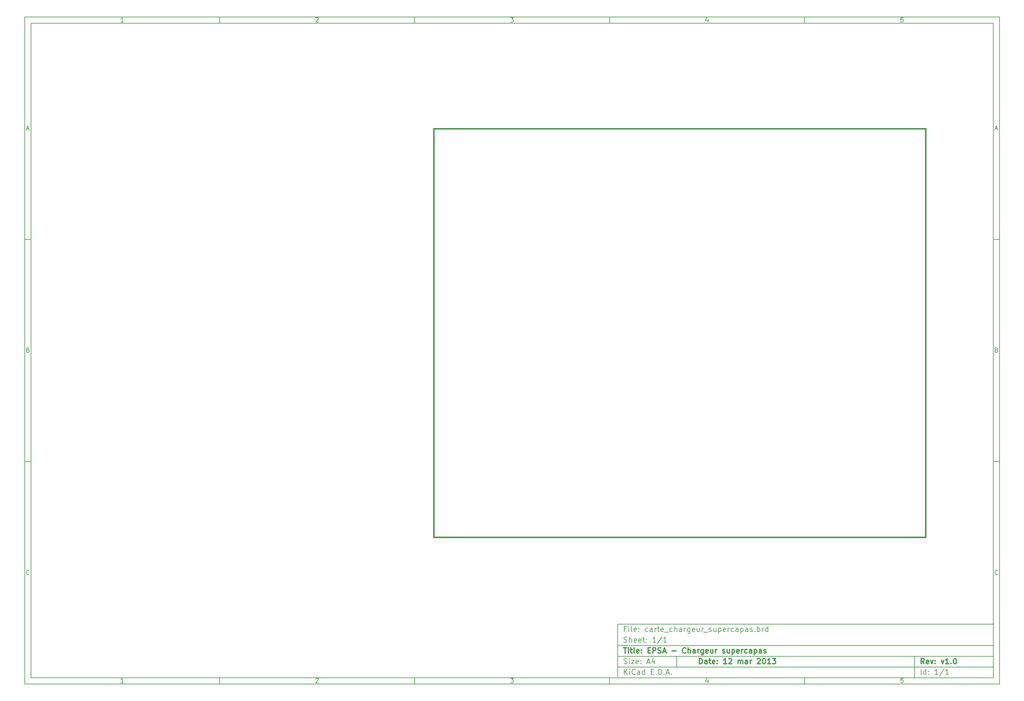
<source format=gbr>
G04 (created by PCBNEW-RS274X (2012-01-19 BZR 3256)-stable) date 12/03/2013 15:56:57*
G01*
G70*
G90*
%MOIN*%
G04 Gerber Fmt 3.4, Leading zero omitted, Abs format*
%FSLAX34Y34*%
G04 APERTURE LIST*
%ADD10C,0.006000*%
%ADD11C,0.012000*%
%ADD12C,0.015000*%
G04 APERTURE END LIST*
G54D10*
X04000Y-04000D02*
X113000Y-04000D01*
X113000Y-78670D01*
X04000Y-78670D01*
X04000Y-04000D01*
X04700Y-04700D02*
X112300Y-04700D01*
X112300Y-77970D01*
X04700Y-77970D01*
X04700Y-04700D01*
X25800Y-04000D02*
X25800Y-04700D01*
X15043Y-04552D02*
X14757Y-04552D01*
X14900Y-04552D02*
X14900Y-04052D01*
X14852Y-04124D01*
X14805Y-04171D01*
X14757Y-04195D01*
X25800Y-78670D02*
X25800Y-77970D01*
X15043Y-78522D02*
X14757Y-78522D01*
X14900Y-78522D02*
X14900Y-78022D01*
X14852Y-78094D01*
X14805Y-78141D01*
X14757Y-78165D01*
X47600Y-04000D02*
X47600Y-04700D01*
X36557Y-04100D02*
X36581Y-04076D01*
X36629Y-04052D01*
X36748Y-04052D01*
X36795Y-04076D01*
X36819Y-04100D01*
X36843Y-04148D01*
X36843Y-04195D01*
X36819Y-04267D01*
X36533Y-04552D01*
X36843Y-04552D01*
X47600Y-78670D02*
X47600Y-77970D01*
X36557Y-78070D02*
X36581Y-78046D01*
X36629Y-78022D01*
X36748Y-78022D01*
X36795Y-78046D01*
X36819Y-78070D01*
X36843Y-78118D01*
X36843Y-78165D01*
X36819Y-78237D01*
X36533Y-78522D01*
X36843Y-78522D01*
X69400Y-04000D02*
X69400Y-04700D01*
X58333Y-04052D02*
X58643Y-04052D01*
X58476Y-04243D01*
X58548Y-04243D01*
X58595Y-04267D01*
X58619Y-04290D01*
X58643Y-04338D01*
X58643Y-04457D01*
X58619Y-04505D01*
X58595Y-04529D01*
X58548Y-04552D01*
X58405Y-04552D01*
X58357Y-04529D01*
X58333Y-04505D01*
X69400Y-78670D02*
X69400Y-77970D01*
X58333Y-78022D02*
X58643Y-78022D01*
X58476Y-78213D01*
X58548Y-78213D01*
X58595Y-78237D01*
X58619Y-78260D01*
X58643Y-78308D01*
X58643Y-78427D01*
X58619Y-78475D01*
X58595Y-78499D01*
X58548Y-78522D01*
X58405Y-78522D01*
X58357Y-78499D01*
X58333Y-78475D01*
X91200Y-04000D02*
X91200Y-04700D01*
X80395Y-04219D02*
X80395Y-04552D01*
X80276Y-04029D02*
X80157Y-04386D01*
X80467Y-04386D01*
X91200Y-78670D02*
X91200Y-77970D01*
X80395Y-78189D02*
X80395Y-78522D01*
X80276Y-77999D02*
X80157Y-78356D01*
X80467Y-78356D01*
X102219Y-04052D02*
X101981Y-04052D01*
X101957Y-04290D01*
X101981Y-04267D01*
X102029Y-04243D01*
X102148Y-04243D01*
X102195Y-04267D01*
X102219Y-04290D01*
X102243Y-04338D01*
X102243Y-04457D01*
X102219Y-04505D01*
X102195Y-04529D01*
X102148Y-04552D01*
X102029Y-04552D01*
X101981Y-04529D01*
X101957Y-04505D01*
X102219Y-78022D02*
X101981Y-78022D01*
X101957Y-78260D01*
X101981Y-78237D01*
X102029Y-78213D01*
X102148Y-78213D01*
X102195Y-78237D01*
X102219Y-78260D01*
X102243Y-78308D01*
X102243Y-78427D01*
X102219Y-78475D01*
X102195Y-78499D01*
X102148Y-78522D01*
X102029Y-78522D01*
X101981Y-78499D01*
X101957Y-78475D01*
X04000Y-28890D02*
X04700Y-28890D01*
X04231Y-16510D02*
X04469Y-16510D01*
X04184Y-16652D02*
X04350Y-16152D01*
X04517Y-16652D01*
X113000Y-28890D02*
X112300Y-28890D01*
X112531Y-16510D02*
X112769Y-16510D01*
X112484Y-16652D02*
X112650Y-16152D01*
X112817Y-16652D01*
X04000Y-53780D02*
X04700Y-53780D01*
X04386Y-41280D02*
X04457Y-41304D01*
X04481Y-41328D01*
X04505Y-41376D01*
X04505Y-41447D01*
X04481Y-41495D01*
X04457Y-41519D01*
X04410Y-41542D01*
X04219Y-41542D01*
X04219Y-41042D01*
X04386Y-41042D01*
X04433Y-41066D01*
X04457Y-41090D01*
X04481Y-41138D01*
X04481Y-41185D01*
X04457Y-41233D01*
X04433Y-41257D01*
X04386Y-41280D01*
X04219Y-41280D01*
X113000Y-53780D02*
X112300Y-53780D01*
X112686Y-41280D02*
X112757Y-41304D01*
X112781Y-41328D01*
X112805Y-41376D01*
X112805Y-41447D01*
X112781Y-41495D01*
X112757Y-41519D01*
X112710Y-41542D01*
X112519Y-41542D01*
X112519Y-41042D01*
X112686Y-41042D01*
X112733Y-41066D01*
X112757Y-41090D01*
X112781Y-41138D01*
X112781Y-41185D01*
X112757Y-41233D01*
X112733Y-41257D01*
X112686Y-41280D01*
X112519Y-41280D01*
X04505Y-66385D02*
X04481Y-66409D01*
X04410Y-66432D01*
X04362Y-66432D01*
X04290Y-66409D01*
X04243Y-66361D01*
X04219Y-66313D01*
X04195Y-66218D01*
X04195Y-66147D01*
X04219Y-66051D01*
X04243Y-66004D01*
X04290Y-65956D01*
X04362Y-65932D01*
X04410Y-65932D01*
X04481Y-65956D01*
X04505Y-65980D01*
X112805Y-66385D02*
X112781Y-66409D01*
X112710Y-66432D01*
X112662Y-66432D01*
X112590Y-66409D01*
X112543Y-66361D01*
X112519Y-66313D01*
X112495Y-66218D01*
X112495Y-66147D01*
X112519Y-66051D01*
X112543Y-66004D01*
X112590Y-65956D01*
X112662Y-65932D01*
X112710Y-65932D01*
X112781Y-65956D01*
X112805Y-65980D01*
G54D11*
X79443Y-76413D02*
X79443Y-75813D01*
X79586Y-75813D01*
X79671Y-75841D01*
X79729Y-75899D01*
X79757Y-75956D01*
X79786Y-76070D01*
X79786Y-76156D01*
X79757Y-76270D01*
X79729Y-76327D01*
X79671Y-76384D01*
X79586Y-76413D01*
X79443Y-76413D01*
X80300Y-76413D02*
X80300Y-76099D01*
X80271Y-76041D01*
X80214Y-76013D01*
X80100Y-76013D01*
X80043Y-76041D01*
X80300Y-76384D02*
X80243Y-76413D01*
X80100Y-76413D01*
X80043Y-76384D01*
X80014Y-76327D01*
X80014Y-76270D01*
X80043Y-76213D01*
X80100Y-76184D01*
X80243Y-76184D01*
X80300Y-76156D01*
X80500Y-76013D02*
X80729Y-76013D01*
X80586Y-75813D02*
X80586Y-76327D01*
X80614Y-76384D01*
X80672Y-76413D01*
X80729Y-76413D01*
X81157Y-76384D02*
X81100Y-76413D01*
X80986Y-76413D01*
X80929Y-76384D01*
X80900Y-76327D01*
X80900Y-76099D01*
X80929Y-76041D01*
X80986Y-76013D01*
X81100Y-76013D01*
X81157Y-76041D01*
X81186Y-76099D01*
X81186Y-76156D01*
X80900Y-76213D01*
X81443Y-76356D02*
X81471Y-76384D01*
X81443Y-76413D01*
X81414Y-76384D01*
X81443Y-76356D01*
X81443Y-76413D01*
X81443Y-76041D02*
X81471Y-76070D01*
X81443Y-76099D01*
X81414Y-76070D01*
X81443Y-76041D01*
X81443Y-76099D01*
X82500Y-76413D02*
X82157Y-76413D01*
X82329Y-76413D02*
X82329Y-75813D01*
X82272Y-75899D01*
X82214Y-75956D01*
X82157Y-75984D01*
X82728Y-75870D02*
X82757Y-75841D01*
X82814Y-75813D01*
X82957Y-75813D01*
X83014Y-75841D01*
X83043Y-75870D01*
X83071Y-75927D01*
X83071Y-75984D01*
X83043Y-76070D01*
X82700Y-76413D01*
X83071Y-76413D01*
X83785Y-76413D02*
X83785Y-76013D01*
X83785Y-76070D02*
X83813Y-76041D01*
X83871Y-76013D01*
X83956Y-76013D01*
X84013Y-76041D01*
X84042Y-76099D01*
X84042Y-76413D01*
X84042Y-76099D02*
X84071Y-76041D01*
X84128Y-76013D01*
X84213Y-76013D01*
X84271Y-76041D01*
X84299Y-76099D01*
X84299Y-76413D01*
X84842Y-76413D02*
X84842Y-76099D01*
X84813Y-76041D01*
X84756Y-76013D01*
X84642Y-76013D01*
X84585Y-76041D01*
X84842Y-76384D02*
X84785Y-76413D01*
X84642Y-76413D01*
X84585Y-76384D01*
X84556Y-76327D01*
X84556Y-76270D01*
X84585Y-76213D01*
X84642Y-76184D01*
X84785Y-76184D01*
X84842Y-76156D01*
X85128Y-76413D02*
X85128Y-76013D01*
X85128Y-76127D02*
X85156Y-76070D01*
X85185Y-76041D01*
X85242Y-76013D01*
X85299Y-76013D01*
X85927Y-75870D02*
X85956Y-75841D01*
X86013Y-75813D01*
X86156Y-75813D01*
X86213Y-75841D01*
X86242Y-75870D01*
X86270Y-75927D01*
X86270Y-75984D01*
X86242Y-76070D01*
X85899Y-76413D01*
X86270Y-76413D01*
X86641Y-75813D02*
X86698Y-75813D01*
X86755Y-75841D01*
X86784Y-75870D01*
X86813Y-75927D01*
X86841Y-76041D01*
X86841Y-76184D01*
X86813Y-76299D01*
X86784Y-76356D01*
X86755Y-76384D01*
X86698Y-76413D01*
X86641Y-76413D01*
X86584Y-76384D01*
X86555Y-76356D01*
X86527Y-76299D01*
X86498Y-76184D01*
X86498Y-76041D01*
X86527Y-75927D01*
X86555Y-75870D01*
X86584Y-75841D01*
X86641Y-75813D01*
X87412Y-76413D02*
X87069Y-76413D01*
X87241Y-76413D02*
X87241Y-75813D01*
X87184Y-75899D01*
X87126Y-75956D01*
X87069Y-75984D01*
X87612Y-75813D02*
X87983Y-75813D01*
X87783Y-76041D01*
X87869Y-76041D01*
X87926Y-76070D01*
X87955Y-76099D01*
X87983Y-76156D01*
X87983Y-76299D01*
X87955Y-76356D01*
X87926Y-76384D01*
X87869Y-76413D01*
X87697Y-76413D01*
X87640Y-76384D01*
X87612Y-76356D01*
G54D10*
X71043Y-77613D02*
X71043Y-77013D01*
X71386Y-77613D02*
X71129Y-77270D01*
X71386Y-77013D02*
X71043Y-77356D01*
X71643Y-77613D02*
X71643Y-77213D01*
X71643Y-77013D02*
X71614Y-77041D01*
X71643Y-77070D01*
X71671Y-77041D01*
X71643Y-77013D01*
X71643Y-77070D01*
X72272Y-77556D02*
X72243Y-77584D01*
X72157Y-77613D01*
X72100Y-77613D01*
X72015Y-77584D01*
X71957Y-77527D01*
X71929Y-77470D01*
X71900Y-77356D01*
X71900Y-77270D01*
X71929Y-77156D01*
X71957Y-77099D01*
X72015Y-77041D01*
X72100Y-77013D01*
X72157Y-77013D01*
X72243Y-77041D01*
X72272Y-77070D01*
X72786Y-77613D02*
X72786Y-77299D01*
X72757Y-77241D01*
X72700Y-77213D01*
X72586Y-77213D01*
X72529Y-77241D01*
X72786Y-77584D02*
X72729Y-77613D01*
X72586Y-77613D01*
X72529Y-77584D01*
X72500Y-77527D01*
X72500Y-77470D01*
X72529Y-77413D01*
X72586Y-77384D01*
X72729Y-77384D01*
X72786Y-77356D01*
X73329Y-77613D02*
X73329Y-77013D01*
X73329Y-77584D02*
X73272Y-77613D01*
X73158Y-77613D01*
X73100Y-77584D01*
X73072Y-77556D01*
X73043Y-77499D01*
X73043Y-77327D01*
X73072Y-77270D01*
X73100Y-77241D01*
X73158Y-77213D01*
X73272Y-77213D01*
X73329Y-77241D01*
X74072Y-77299D02*
X74272Y-77299D01*
X74358Y-77613D02*
X74072Y-77613D01*
X74072Y-77013D01*
X74358Y-77013D01*
X74615Y-77556D02*
X74643Y-77584D01*
X74615Y-77613D01*
X74586Y-77584D01*
X74615Y-77556D01*
X74615Y-77613D01*
X74901Y-77613D02*
X74901Y-77013D01*
X75044Y-77013D01*
X75129Y-77041D01*
X75187Y-77099D01*
X75215Y-77156D01*
X75244Y-77270D01*
X75244Y-77356D01*
X75215Y-77470D01*
X75187Y-77527D01*
X75129Y-77584D01*
X75044Y-77613D01*
X74901Y-77613D01*
X75501Y-77556D02*
X75529Y-77584D01*
X75501Y-77613D01*
X75472Y-77584D01*
X75501Y-77556D01*
X75501Y-77613D01*
X75758Y-77441D02*
X76044Y-77441D01*
X75701Y-77613D02*
X75901Y-77013D01*
X76101Y-77613D01*
X76301Y-77556D02*
X76329Y-77584D01*
X76301Y-77613D01*
X76272Y-77584D01*
X76301Y-77556D01*
X76301Y-77613D01*
G54D11*
X104586Y-76413D02*
X104386Y-76127D01*
X104243Y-76413D02*
X104243Y-75813D01*
X104471Y-75813D01*
X104529Y-75841D01*
X104557Y-75870D01*
X104586Y-75927D01*
X104586Y-76013D01*
X104557Y-76070D01*
X104529Y-76099D01*
X104471Y-76127D01*
X104243Y-76127D01*
X105071Y-76384D02*
X105014Y-76413D01*
X104900Y-76413D01*
X104843Y-76384D01*
X104814Y-76327D01*
X104814Y-76099D01*
X104843Y-76041D01*
X104900Y-76013D01*
X105014Y-76013D01*
X105071Y-76041D01*
X105100Y-76099D01*
X105100Y-76156D01*
X104814Y-76213D01*
X105300Y-76013D02*
X105443Y-76413D01*
X105585Y-76013D01*
X105814Y-76356D02*
X105842Y-76384D01*
X105814Y-76413D01*
X105785Y-76384D01*
X105814Y-76356D01*
X105814Y-76413D01*
X105814Y-76041D02*
X105842Y-76070D01*
X105814Y-76099D01*
X105785Y-76070D01*
X105814Y-76041D01*
X105814Y-76099D01*
X106500Y-76013D02*
X106643Y-76413D01*
X106785Y-76013D01*
X107328Y-76413D02*
X106985Y-76413D01*
X107157Y-76413D02*
X107157Y-75813D01*
X107100Y-75899D01*
X107042Y-75956D01*
X106985Y-75984D01*
X107585Y-76356D02*
X107613Y-76384D01*
X107585Y-76413D01*
X107556Y-76384D01*
X107585Y-76356D01*
X107585Y-76413D01*
X107985Y-75813D02*
X108042Y-75813D01*
X108099Y-75841D01*
X108128Y-75870D01*
X108157Y-75927D01*
X108185Y-76041D01*
X108185Y-76184D01*
X108157Y-76299D01*
X108128Y-76356D01*
X108099Y-76384D01*
X108042Y-76413D01*
X107985Y-76413D01*
X107928Y-76384D01*
X107899Y-76356D01*
X107871Y-76299D01*
X107842Y-76184D01*
X107842Y-76041D01*
X107871Y-75927D01*
X107899Y-75870D01*
X107928Y-75841D01*
X107985Y-75813D01*
G54D10*
X71014Y-76384D02*
X71100Y-76413D01*
X71243Y-76413D01*
X71300Y-76384D01*
X71329Y-76356D01*
X71357Y-76299D01*
X71357Y-76241D01*
X71329Y-76184D01*
X71300Y-76156D01*
X71243Y-76127D01*
X71129Y-76099D01*
X71071Y-76070D01*
X71043Y-76041D01*
X71014Y-75984D01*
X71014Y-75927D01*
X71043Y-75870D01*
X71071Y-75841D01*
X71129Y-75813D01*
X71271Y-75813D01*
X71357Y-75841D01*
X71614Y-76413D02*
X71614Y-76013D01*
X71614Y-75813D02*
X71585Y-75841D01*
X71614Y-75870D01*
X71642Y-75841D01*
X71614Y-75813D01*
X71614Y-75870D01*
X71843Y-76013D02*
X72157Y-76013D01*
X71843Y-76413D01*
X72157Y-76413D01*
X72614Y-76384D02*
X72557Y-76413D01*
X72443Y-76413D01*
X72386Y-76384D01*
X72357Y-76327D01*
X72357Y-76099D01*
X72386Y-76041D01*
X72443Y-76013D01*
X72557Y-76013D01*
X72614Y-76041D01*
X72643Y-76099D01*
X72643Y-76156D01*
X72357Y-76213D01*
X72900Y-76356D02*
X72928Y-76384D01*
X72900Y-76413D01*
X72871Y-76384D01*
X72900Y-76356D01*
X72900Y-76413D01*
X72900Y-76041D02*
X72928Y-76070D01*
X72900Y-76099D01*
X72871Y-76070D01*
X72900Y-76041D01*
X72900Y-76099D01*
X73614Y-76241D02*
X73900Y-76241D01*
X73557Y-76413D02*
X73757Y-75813D01*
X73957Y-76413D01*
X74414Y-76013D02*
X74414Y-76413D01*
X74271Y-75784D02*
X74128Y-76213D01*
X74500Y-76213D01*
X104243Y-77613D02*
X104243Y-77013D01*
X104786Y-77613D02*
X104786Y-77013D01*
X104786Y-77584D02*
X104729Y-77613D01*
X104615Y-77613D01*
X104557Y-77584D01*
X104529Y-77556D01*
X104500Y-77499D01*
X104500Y-77327D01*
X104529Y-77270D01*
X104557Y-77241D01*
X104615Y-77213D01*
X104729Y-77213D01*
X104786Y-77241D01*
X105072Y-77556D02*
X105100Y-77584D01*
X105072Y-77613D01*
X105043Y-77584D01*
X105072Y-77556D01*
X105072Y-77613D01*
X105072Y-77241D02*
X105100Y-77270D01*
X105072Y-77299D01*
X105043Y-77270D01*
X105072Y-77241D01*
X105072Y-77299D01*
X106129Y-77613D02*
X105786Y-77613D01*
X105958Y-77613D02*
X105958Y-77013D01*
X105901Y-77099D01*
X105843Y-77156D01*
X105786Y-77184D01*
X106814Y-76984D02*
X106300Y-77756D01*
X107329Y-77613D02*
X106986Y-77613D01*
X107158Y-77613D02*
X107158Y-77013D01*
X107101Y-77099D01*
X107043Y-77156D01*
X106986Y-77184D01*
G54D11*
X70957Y-74613D02*
X71300Y-74613D01*
X71129Y-75213D02*
X71129Y-74613D01*
X71500Y-75213D02*
X71500Y-74813D01*
X71500Y-74613D02*
X71471Y-74641D01*
X71500Y-74670D01*
X71528Y-74641D01*
X71500Y-74613D01*
X71500Y-74670D01*
X71700Y-74813D02*
X71929Y-74813D01*
X71786Y-74613D02*
X71786Y-75127D01*
X71814Y-75184D01*
X71872Y-75213D01*
X71929Y-75213D01*
X72215Y-75213D02*
X72157Y-75184D01*
X72129Y-75127D01*
X72129Y-74613D01*
X72671Y-75184D02*
X72614Y-75213D01*
X72500Y-75213D01*
X72443Y-75184D01*
X72414Y-75127D01*
X72414Y-74899D01*
X72443Y-74841D01*
X72500Y-74813D01*
X72614Y-74813D01*
X72671Y-74841D01*
X72700Y-74899D01*
X72700Y-74956D01*
X72414Y-75013D01*
X72957Y-75156D02*
X72985Y-75184D01*
X72957Y-75213D01*
X72928Y-75184D01*
X72957Y-75156D01*
X72957Y-75213D01*
X72957Y-74841D02*
X72985Y-74870D01*
X72957Y-74899D01*
X72928Y-74870D01*
X72957Y-74841D01*
X72957Y-74899D01*
X73700Y-74899D02*
X73900Y-74899D01*
X73986Y-75213D02*
X73700Y-75213D01*
X73700Y-74613D01*
X73986Y-74613D01*
X74243Y-75213D02*
X74243Y-74613D01*
X74471Y-74613D01*
X74529Y-74641D01*
X74557Y-74670D01*
X74586Y-74727D01*
X74586Y-74813D01*
X74557Y-74870D01*
X74529Y-74899D01*
X74471Y-74927D01*
X74243Y-74927D01*
X74814Y-75184D02*
X74900Y-75213D01*
X75043Y-75213D01*
X75100Y-75184D01*
X75129Y-75156D01*
X75157Y-75099D01*
X75157Y-75041D01*
X75129Y-74984D01*
X75100Y-74956D01*
X75043Y-74927D01*
X74929Y-74899D01*
X74871Y-74870D01*
X74843Y-74841D01*
X74814Y-74784D01*
X74814Y-74727D01*
X74843Y-74670D01*
X74871Y-74641D01*
X74929Y-74613D01*
X75071Y-74613D01*
X75157Y-74641D01*
X75385Y-75041D02*
X75671Y-75041D01*
X75328Y-75213D02*
X75528Y-74613D01*
X75728Y-75213D01*
X76385Y-74984D02*
X76842Y-74984D01*
X77928Y-75156D02*
X77899Y-75184D01*
X77813Y-75213D01*
X77756Y-75213D01*
X77671Y-75184D01*
X77613Y-75127D01*
X77585Y-75070D01*
X77556Y-74956D01*
X77556Y-74870D01*
X77585Y-74756D01*
X77613Y-74699D01*
X77671Y-74641D01*
X77756Y-74613D01*
X77813Y-74613D01*
X77899Y-74641D01*
X77928Y-74670D01*
X78185Y-75213D02*
X78185Y-74613D01*
X78442Y-75213D02*
X78442Y-74899D01*
X78413Y-74841D01*
X78356Y-74813D01*
X78271Y-74813D01*
X78213Y-74841D01*
X78185Y-74870D01*
X78985Y-75213D02*
X78985Y-74899D01*
X78956Y-74841D01*
X78899Y-74813D01*
X78785Y-74813D01*
X78728Y-74841D01*
X78985Y-75184D02*
X78928Y-75213D01*
X78785Y-75213D01*
X78728Y-75184D01*
X78699Y-75127D01*
X78699Y-75070D01*
X78728Y-75013D01*
X78785Y-74984D01*
X78928Y-74984D01*
X78985Y-74956D01*
X79271Y-75213D02*
X79271Y-74813D01*
X79271Y-74927D02*
X79299Y-74870D01*
X79328Y-74841D01*
X79385Y-74813D01*
X79442Y-74813D01*
X79899Y-74813D02*
X79899Y-75299D01*
X79870Y-75356D01*
X79842Y-75384D01*
X79785Y-75413D01*
X79699Y-75413D01*
X79642Y-75384D01*
X79899Y-75184D02*
X79842Y-75213D01*
X79728Y-75213D01*
X79670Y-75184D01*
X79642Y-75156D01*
X79613Y-75099D01*
X79613Y-74927D01*
X79642Y-74870D01*
X79670Y-74841D01*
X79728Y-74813D01*
X79842Y-74813D01*
X79899Y-74841D01*
X80413Y-75184D02*
X80356Y-75213D01*
X80242Y-75213D01*
X80185Y-75184D01*
X80156Y-75127D01*
X80156Y-74899D01*
X80185Y-74841D01*
X80242Y-74813D01*
X80356Y-74813D01*
X80413Y-74841D01*
X80442Y-74899D01*
X80442Y-74956D01*
X80156Y-75013D01*
X80956Y-74813D02*
X80956Y-75213D01*
X80699Y-74813D02*
X80699Y-75127D01*
X80727Y-75184D01*
X80785Y-75213D01*
X80870Y-75213D01*
X80927Y-75184D01*
X80956Y-75156D01*
X81242Y-75213D02*
X81242Y-74813D01*
X81242Y-74927D02*
X81270Y-74870D01*
X81299Y-74841D01*
X81356Y-74813D01*
X81413Y-74813D01*
X82041Y-75184D02*
X82098Y-75213D01*
X82213Y-75213D01*
X82270Y-75184D01*
X82298Y-75127D01*
X82298Y-75099D01*
X82270Y-75041D01*
X82213Y-75013D01*
X82127Y-75013D01*
X82070Y-74984D01*
X82041Y-74927D01*
X82041Y-74899D01*
X82070Y-74841D01*
X82127Y-74813D01*
X82213Y-74813D01*
X82270Y-74841D01*
X82813Y-74813D02*
X82813Y-75213D01*
X82556Y-74813D02*
X82556Y-75127D01*
X82584Y-75184D01*
X82642Y-75213D01*
X82727Y-75213D01*
X82784Y-75184D01*
X82813Y-75156D01*
X83099Y-74813D02*
X83099Y-75413D01*
X83099Y-74841D02*
X83156Y-74813D01*
X83270Y-74813D01*
X83327Y-74841D01*
X83356Y-74870D01*
X83385Y-74927D01*
X83385Y-75099D01*
X83356Y-75156D01*
X83327Y-75184D01*
X83270Y-75213D01*
X83156Y-75213D01*
X83099Y-75184D01*
X83870Y-75184D02*
X83813Y-75213D01*
X83699Y-75213D01*
X83642Y-75184D01*
X83613Y-75127D01*
X83613Y-74899D01*
X83642Y-74841D01*
X83699Y-74813D01*
X83813Y-74813D01*
X83870Y-74841D01*
X83899Y-74899D01*
X83899Y-74956D01*
X83613Y-75013D01*
X84156Y-75213D02*
X84156Y-74813D01*
X84156Y-74927D02*
X84184Y-74870D01*
X84213Y-74841D01*
X84270Y-74813D01*
X84327Y-74813D01*
X84784Y-75184D02*
X84727Y-75213D01*
X84613Y-75213D01*
X84555Y-75184D01*
X84527Y-75156D01*
X84498Y-75099D01*
X84498Y-74927D01*
X84527Y-74870D01*
X84555Y-74841D01*
X84613Y-74813D01*
X84727Y-74813D01*
X84784Y-74841D01*
X85298Y-75213D02*
X85298Y-74899D01*
X85269Y-74841D01*
X85212Y-74813D01*
X85098Y-74813D01*
X85041Y-74841D01*
X85298Y-75184D02*
X85241Y-75213D01*
X85098Y-75213D01*
X85041Y-75184D01*
X85012Y-75127D01*
X85012Y-75070D01*
X85041Y-75013D01*
X85098Y-74984D01*
X85241Y-74984D01*
X85298Y-74956D01*
X85584Y-74813D02*
X85584Y-75413D01*
X85584Y-74841D02*
X85641Y-74813D01*
X85755Y-74813D01*
X85812Y-74841D01*
X85841Y-74870D01*
X85870Y-74927D01*
X85870Y-75099D01*
X85841Y-75156D01*
X85812Y-75184D01*
X85755Y-75213D01*
X85641Y-75213D01*
X85584Y-75184D01*
X86384Y-75213D02*
X86384Y-74899D01*
X86355Y-74841D01*
X86298Y-74813D01*
X86184Y-74813D01*
X86127Y-74841D01*
X86384Y-75184D02*
X86327Y-75213D01*
X86184Y-75213D01*
X86127Y-75184D01*
X86098Y-75127D01*
X86098Y-75070D01*
X86127Y-75013D01*
X86184Y-74984D01*
X86327Y-74984D01*
X86384Y-74956D01*
X86641Y-75184D02*
X86698Y-75213D01*
X86813Y-75213D01*
X86870Y-75184D01*
X86898Y-75127D01*
X86898Y-75099D01*
X86870Y-75041D01*
X86813Y-75013D01*
X86727Y-75013D01*
X86670Y-74984D01*
X86641Y-74927D01*
X86641Y-74899D01*
X86670Y-74841D01*
X86727Y-74813D01*
X86813Y-74813D01*
X86870Y-74841D01*
G54D10*
X71243Y-72499D02*
X71043Y-72499D01*
X71043Y-72813D02*
X71043Y-72213D01*
X71329Y-72213D01*
X71557Y-72813D02*
X71557Y-72413D01*
X71557Y-72213D02*
X71528Y-72241D01*
X71557Y-72270D01*
X71585Y-72241D01*
X71557Y-72213D01*
X71557Y-72270D01*
X71929Y-72813D02*
X71871Y-72784D01*
X71843Y-72727D01*
X71843Y-72213D01*
X72385Y-72784D02*
X72328Y-72813D01*
X72214Y-72813D01*
X72157Y-72784D01*
X72128Y-72727D01*
X72128Y-72499D01*
X72157Y-72441D01*
X72214Y-72413D01*
X72328Y-72413D01*
X72385Y-72441D01*
X72414Y-72499D01*
X72414Y-72556D01*
X72128Y-72613D01*
X72671Y-72756D02*
X72699Y-72784D01*
X72671Y-72813D01*
X72642Y-72784D01*
X72671Y-72756D01*
X72671Y-72813D01*
X72671Y-72441D02*
X72699Y-72470D01*
X72671Y-72499D01*
X72642Y-72470D01*
X72671Y-72441D01*
X72671Y-72499D01*
X73671Y-72784D02*
X73614Y-72813D01*
X73500Y-72813D01*
X73442Y-72784D01*
X73414Y-72756D01*
X73385Y-72699D01*
X73385Y-72527D01*
X73414Y-72470D01*
X73442Y-72441D01*
X73500Y-72413D01*
X73614Y-72413D01*
X73671Y-72441D01*
X74185Y-72813D02*
X74185Y-72499D01*
X74156Y-72441D01*
X74099Y-72413D01*
X73985Y-72413D01*
X73928Y-72441D01*
X74185Y-72784D02*
X74128Y-72813D01*
X73985Y-72813D01*
X73928Y-72784D01*
X73899Y-72727D01*
X73899Y-72670D01*
X73928Y-72613D01*
X73985Y-72584D01*
X74128Y-72584D01*
X74185Y-72556D01*
X74471Y-72813D02*
X74471Y-72413D01*
X74471Y-72527D02*
X74499Y-72470D01*
X74528Y-72441D01*
X74585Y-72413D01*
X74642Y-72413D01*
X74756Y-72413D02*
X74985Y-72413D01*
X74842Y-72213D02*
X74842Y-72727D01*
X74870Y-72784D01*
X74928Y-72813D01*
X74985Y-72813D01*
X75413Y-72784D02*
X75356Y-72813D01*
X75242Y-72813D01*
X75185Y-72784D01*
X75156Y-72727D01*
X75156Y-72499D01*
X75185Y-72441D01*
X75242Y-72413D01*
X75356Y-72413D01*
X75413Y-72441D01*
X75442Y-72499D01*
X75442Y-72556D01*
X75156Y-72613D01*
X75556Y-72870D02*
X76013Y-72870D01*
X76413Y-72784D02*
X76356Y-72813D01*
X76242Y-72813D01*
X76184Y-72784D01*
X76156Y-72756D01*
X76127Y-72699D01*
X76127Y-72527D01*
X76156Y-72470D01*
X76184Y-72441D01*
X76242Y-72413D01*
X76356Y-72413D01*
X76413Y-72441D01*
X76670Y-72813D02*
X76670Y-72213D01*
X76927Y-72813D02*
X76927Y-72499D01*
X76898Y-72441D01*
X76841Y-72413D01*
X76756Y-72413D01*
X76698Y-72441D01*
X76670Y-72470D01*
X77470Y-72813D02*
X77470Y-72499D01*
X77441Y-72441D01*
X77384Y-72413D01*
X77270Y-72413D01*
X77213Y-72441D01*
X77470Y-72784D02*
X77413Y-72813D01*
X77270Y-72813D01*
X77213Y-72784D01*
X77184Y-72727D01*
X77184Y-72670D01*
X77213Y-72613D01*
X77270Y-72584D01*
X77413Y-72584D01*
X77470Y-72556D01*
X77756Y-72813D02*
X77756Y-72413D01*
X77756Y-72527D02*
X77784Y-72470D01*
X77813Y-72441D01*
X77870Y-72413D01*
X77927Y-72413D01*
X78384Y-72413D02*
X78384Y-72899D01*
X78355Y-72956D01*
X78327Y-72984D01*
X78270Y-73013D01*
X78184Y-73013D01*
X78127Y-72984D01*
X78384Y-72784D02*
X78327Y-72813D01*
X78213Y-72813D01*
X78155Y-72784D01*
X78127Y-72756D01*
X78098Y-72699D01*
X78098Y-72527D01*
X78127Y-72470D01*
X78155Y-72441D01*
X78213Y-72413D01*
X78327Y-72413D01*
X78384Y-72441D01*
X78898Y-72784D02*
X78841Y-72813D01*
X78727Y-72813D01*
X78670Y-72784D01*
X78641Y-72727D01*
X78641Y-72499D01*
X78670Y-72441D01*
X78727Y-72413D01*
X78841Y-72413D01*
X78898Y-72441D01*
X78927Y-72499D01*
X78927Y-72556D01*
X78641Y-72613D01*
X79441Y-72413D02*
X79441Y-72813D01*
X79184Y-72413D02*
X79184Y-72727D01*
X79212Y-72784D01*
X79270Y-72813D01*
X79355Y-72813D01*
X79412Y-72784D01*
X79441Y-72756D01*
X79727Y-72813D02*
X79727Y-72413D01*
X79727Y-72527D02*
X79755Y-72470D01*
X79784Y-72441D01*
X79841Y-72413D01*
X79898Y-72413D01*
X79955Y-72870D02*
X80412Y-72870D01*
X80526Y-72784D02*
X80583Y-72813D01*
X80698Y-72813D01*
X80755Y-72784D01*
X80783Y-72727D01*
X80783Y-72699D01*
X80755Y-72641D01*
X80698Y-72613D01*
X80612Y-72613D01*
X80555Y-72584D01*
X80526Y-72527D01*
X80526Y-72499D01*
X80555Y-72441D01*
X80612Y-72413D01*
X80698Y-72413D01*
X80755Y-72441D01*
X81298Y-72413D02*
X81298Y-72813D01*
X81041Y-72413D02*
X81041Y-72727D01*
X81069Y-72784D01*
X81127Y-72813D01*
X81212Y-72813D01*
X81269Y-72784D01*
X81298Y-72756D01*
X81584Y-72413D02*
X81584Y-73013D01*
X81584Y-72441D02*
X81641Y-72413D01*
X81755Y-72413D01*
X81812Y-72441D01*
X81841Y-72470D01*
X81870Y-72527D01*
X81870Y-72699D01*
X81841Y-72756D01*
X81812Y-72784D01*
X81755Y-72813D01*
X81641Y-72813D01*
X81584Y-72784D01*
X82355Y-72784D02*
X82298Y-72813D01*
X82184Y-72813D01*
X82127Y-72784D01*
X82098Y-72727D01*
X82098Y-72499D01*
X82127Y-72441D01*
X82184Y-72413D01*
X82298Y-72413D01*
X82355Y-72441D01*
X82384Y-72499D01*
X82384Y-72556D01*
X82098Y-72613D01*
X82641Y-72813D02*
X82641Y-72413D01*
X82641Y-72527D02*
X82669Y-72470D01*
X82698Y-72441D01*
X82755Y-72413D01*
X82812Y-72413D01*
X83269Y-72784D02*
X83212Y-72813D01*
X83098Y-72813D01*
X83040Y-72784D01*
X83012Y-72756D01*
X82983Y-72699D01*
X82983Y-72527D01*
X83012Y-72470D01*
X83040Y-72441D01*
X83098Y-72413D01*
X83212Y-72413D01*
X83269Y-72441D01*
X83783Y-72813D02*
X83783Y-72499D01*
X83754Y-72441D01*
X83697Y-72413D01*
X83583Y-72413D01*
X83526Y-72441D01*
X83783Y-72784D02*
X83726Y-72813D01*
X83583Y-72813D01*
X83526Y-72784D01*
X83497Y-72727D01*
X83497Y-72670D01*
X83526Y-72613D01*
X83583Y-72584D01*
X83726Y-72584D01*
X83783Y-72556D01*
X84069Y-72413D02*
X84069Y-73013D01*
X84069Y-72441D02*
X84126Y-72413D01*
X84240Y-72413D01*
X84297Y-72441D01*
X84326Y-72470D01*
X84355Y-72527D01*
X84355Y-72699D01*
X84326Y-72756D01*
X84297Y-72784D01*
X84240Y-72813D01*
X84126Y-72813D01*
X84069Y-72784D01*
X84869Y-72813D02*
X84869Y-72499D01*
X84840Y-72441D01*
X84783Y-72413D01*
X84669Y-72413D01*
X84612Y-72441D01*
X84869Y-72784D02*
X84812Y-72813D01*
X84669Y-72813D01*
X84612Y-72784D01*
X84583Y-72727D01*
X84583Y-72670D01*
X84612Y-72613D01*
X84669Y-72584D01*
X84812Y-72584D01*
X84869Y-72556D01*
X85126Y-72784D02*
X85183Y-72813D01*
X85298Y-72813D01*
X85355Y-72784D01*
X85383Y-72727D01*
X85383Y-72699D01*
X85355Y-72641D01*
X85298Y-72613D01*
X85212Y-72613D01*
X85155Y-72584D01*
X85126Y-72527D01*
X85126Y-72499D01*
X85155Y-72441D01*
X85212Y-72413D01*
X85298Y-72413D01*
X85355Y-72441D01*
X85641Y-72756D02*
X85669Y-72784D01*
X85641Y-72813D01*
X85612Y-72784D01*
X85641Y-72756D01*
X85641Y-72813D01*
X85927Y-72813D02*
X85927Y-72213D01*
X85927Y-72441D02*
X85984Y-72413D01*
X86098Y-72413D01*
X86155Y-72441D01*
X86184Y-72470D01*
X86213Y-72527D01*
X86213Y-72699D01*
X86184Y-72756D01*
X86155Y-72784D01*
X86098Y-72813D01*
X85984Y-72813D01*
X85927Y-72784D01*
X86470Y-72813D02*
X86470Y-72413D01*
X86470Y-72527D02*
X86498Y-72470D01*
X86527Y-72441D01*
X86584Y-72413D01*
X86641Y-72413D01*
X87098Y-72813D02*
X87098Y-72213D01*
X87098Y-72784D02*
X87041Y-72813D01*
X86927Y-72813D01*
X86869Y-72784D01*
X86841Y-72756D01*
X86812Y-72699D01*
X86812Y-72527D01*
X86841Y-72470D01*
X86869Y-72441D01*
X86927Y-72413D01*
X87041Y-72413D01*
X87098Y-72441D01*
X71014Y-73984D02*
X71100Y-74013D01*
X71243Y-74013D01*
X71300Y-73984D01*
X71329Y-73956D01*
X71357Y-73899D01*
X71357Y-73841D01*
X71329Y-73784D01*
X71300Y-73756D01*
X71243Y-73727D01*
X71129Y-73699D01*
X71071Y-73670D01*
X71043Y-73641D01*
X71014Y-73584D01*
X71014Y-73527D01*
X71043Y-73470D01*
X71071Y-73441D01*
X71129Y-73413D01*
X71271Y-73413D01*
X71357Y-73441D01*
X71614Y-74013D02*
X71614Y-73413D01*
X71871Y-74013D02*
X71871Y-73699D01*
X71842Y-73641D01*
X71785Y-73613D01*
X71700Y-73613D01*
X71642Y-73641D01*
X71614Y-73670D01*
X72385Y-73984D02*
X72328Y-74013D01*
X72214Y-74013D01*
X72157Y-73984D01*
X72128Y-73927D01*
X72128Y-73699D01*
X72157Y-73641D01*
X72214Y-73613D01*
X72328Y-73613D01*
X72385Y-73641D01*
X72414Y-73699D01*
X72414Y-73756D01*
X72128Y-73813D01*
X72899Y-73984D02*
X72842Y-74013D01*
X72728Y-74013D01*
X72671Y-73984D01*
X72642Y-73927D01*
X72642Y-73699D01*
X72671Y-73641D01*
X72728Y-73613D01*
X72842Y-73613D01*
X72899Y-73641D01*
X72928Y-73699D01*
X72928Y-73756D01*
X72642Y-73813D01*
X73099Y-73613D02*
X73328Y-73613D01*
X73185Y-73413D02*
X73185Y-73927D01*
X73213Y-73984D01*
X73271Y-74013D01*
X73328Y-74013D01*
X73528Y-73956D02*
X73556Y-73984D01*
X73528Y-74013D01*
X73499Y-73984D01*
X73528Y-73956D01*
X73528Y-74013D01*
X73528Y-73641D02*
X73556Y-73670D01*
X73528Y-73699D01*
X73499Y-73670D01*
X73528Y-73641D01*
X73528Y-73699D01*
X74585Y-74013D02*
X74242Y-74013D01*
X74414Y-74013D02*
X74414Y-73413D01*
X74357Y-73499D01*
X74299Y-73556D01*
X74242Y-73584D01*
X75270Y-73384D02*
X74756Y-74156D01*
X75785Y-74013D02*
X75442Y-74013D01*
X75614Y-74013D02*
X75614Y-73413D01*
X75557Y-73499D01*
X75499Y-73556D01*
X75442Y-73584D01*
X70300Y-71970D02*
X70300Y-77970D01*
X70300Y-71970D02*
X112300Y-71970D01*
X70300Y-71970D02*
X112300Y-71970D01*
X70300Y-74370D02*
X112300Y-74370D01*
X103500Y-75570D02*
X103500Y-77970D01*
X70300Y-76770D02*
X112300Y-76770D01*
X70300Y-75570D02*
X112300Y-75570D01*
X76900Y-75570D02*
X76900Y-76770D01*
G54D12*
X104750Y-16500D02*
X103500Y-16500D01*
X104750Y-62250D02*
X104750Y-16500D01*
X49750Y-62250D02*
X104750Y-62250D01*
X49750Y-59000D02*
X49750Y-62250D01*
X49750Y-58750D02*
X49750Y-59000D01*
X49750Y-58000D02*
X49750Y-58750D01*
X49750Y-56750D02*
X49750Y-58000D01*
X49750Y-16500D02*
X49750Y-56750D01*
X103500Y-16500D02*
X49750Y-16500D01*
M02*

</source>
